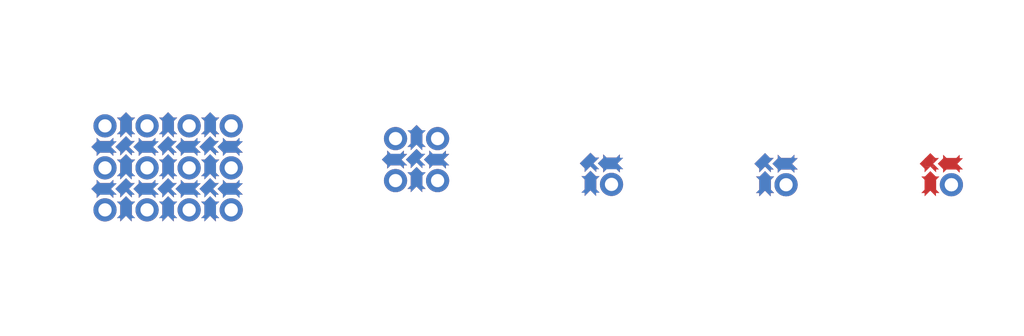
<source format=kicad_pcb>
(kicad_pcb (version 20241229) (generator "pcbnew") (generator_version "9.0")
  (title_block (title "protoboard base pattern") (comment 1 "CC-BY 4.0") (comment 2 "See http://git.io/vNUDX"))
  (layers (0 "F.Cu" signal) (2 "B.Cu" signal) (13 "F.Paste" user) (15 "B.Paste" user) (5 "F.SilkS" user "F.Silkscreen") (7 "B.SilkS" user "B.Silkscreen") (1 "F.Mask" user) (3 "B.Mask" user) (25 "Edge.Cuts" user))
  (net 0 "")
  (footprint "Proto-Matrix:center-pad-spikes" (layer "F.Cu") (at 136.46 101.27)
    (property "Reference" "REF**" (hide yes))
    (property "Value" "center-pad" (hide yes))
    (pad "1" smd custom (at -0.06 -0.085) (size 0.47 0.52) (layers "*.Cu" "*.Mask") (options (clearance outline) (anchor rect)) (primitives (gr_poly (pts (xy -0.585 0.085) (xy 0.06 -0.56) (xy 0.357 -0.263) (xy 0.583 -0.263) (xy 0.235 0.085) (xy 0.582 0.432) (xy 0.407 0.432) (xy 0.407 0.607) (xy 0.06 0.26) (xy -0.288 0.608) (xy -0.288 0.382)) (width 0.001) (fill yes))))
  )
  (footprint "Proto-Matrix:pad-between-spiked" (layer "F.Cu") (at 136.46 102.54)
    (property "Reference" "REF**" (hide yes))
    (property "Value" "pad-between" (hide yes))
    (pad "1" smd custom (at 0 -0.06) (size 0.7 0.85) (layers "*.Cu" "*.Mask") (options (clearance outline) (anchor rect)) (primitives (gr_poly (pts (xy -0.55 -0.44) (xy -0.325 -0.44) (xy 0 -0.765) (xy 0.325 -0.44) (xy 0.55 -0.44) (xy 0.35 -0.24) (xy 0.35 0.36) (xy 0.55 0.56) (xy 0.338 0.56) (xy 0.338 0.763) (xy 0 0.425) (xy -0.01 0.425) (xy -0.348 0.763) (xy -0.348 0.56) (xy -0.55 0.56) (xy -0.35 0.36) (xy -0.35 -0.24)) (width 0.001) (fill yes))))
  )
  (footprint "Proto-Matrix:pad-between-spiked" (layer "F.Cu") (at 136.46 100)
    (property "Reference" "REF**" (hide yes))
    (property "Value" "pad-between" (hide yes))
    (pad "1" smd custom (at 0 -0.06) (size 0.7 0.85) (layers "*.Cu" "*.Mask") (options (clearance outline) (anchor rect)) (primitives (gr_poly (pts (xy -0.55 -0.44) (xy -0.325 -0.44) (xy 0 -0.765) (xy 0.325 -0.44) (xy 0.55 -0.44) (xy 0.35 -0.24) (xy 0.35 0.36) (xy 0.55 0.56) (xy 0.338 0.56) (xy 0.338 0.763) (xy 0 0.425) (xy -0.01 0.425) (xy -0.348 0.763) (xy -0.348 0.56) (xy -0.55 0.56) (xy -0.35 0.36) (xy -0.35 -0.24)) (width 0.001) (fill yes))))
  )
  (footprint "Proto-Matrix:pad-between-spiked" (layer "F.Cu") (at 137.73 101.27 90)
    (property "Reference" "REF**" (hide yes))
    (property "Value" "pad-between" (hide yes))
    (pad "1" smd custom (at 0 -0.06 90) (size 0.7 0.85) (layers "*.Cu" "*.Mask") (options (clearance outline) (anchor rect)) (primitives (gr_poly (pts (xy -0.55 -0.44) (xy -0.325 -0.44) (xy 0 -0.765) (xy 0.325 -0.44) (xy 0.55 -0.44) (xy 0.35 -0.24) (xy 0.35 0.36) (xy 0.55 0.56) (xy 0.338 0.56) (xy 0.338 0.763) (xy 0 0.425) (xy -0.01 0.425) (xy -0.348 0.763) (xy -0.348 0.56) (xy -0.55 0.56) (xy -0.35 0.36) (xy -0.35 -0.24)) (width 0.001) (fill yes))))
  )
  (footprint "Proto-Matrix:pad-between-spiked" (layer "F.Cu") (at 135.19 101.27 90)
    (property "Reference" "REF**" (hide yes))
    (property "Value" "pad-between" (hide yes))
    (pad "1" smd custom (at 0 -0.06 90) (size 0.7 0.85) (layers "*.Cu" "*.Mask") (options (clearance outline) (anchor rect)) (primitives (gr_poly (pts (xy -0.55 -0.44) (xy -0.325 -0.44) (xy 0 -0.765) (xy 0.325 -0.44) (xy 0.55 -0.44) (xy 0.35 -0.24) (xy 0.35 0.36) (xy 0.55 0.56) (xy 0.338 0.56) (xy 0.338 0.763) (xy 0 0.425) (xy -0.01 0.425) (xy -0.348 0.763) (xy -0.348 0.56) (xy -0.55 0.56) (xy -0.35 0.36) (xy -0.35 -0.24)) (width 0.001) (fill yes))))
  )
  (footprint "Proto-Matrix:center-pad-spikes" (layer "F.Cu") (at 139 101.27)
    (property "Reference" "REF**" (hide yes))
    (property "Value" "center-pad" (hide yes))
    (pad "1" smd custom (at -0.06 -0.085) (size 0.47 0.52) (layers "*.Cu" "*.Mask") (options (clearance outline) (anchor rect)) (primitives (gr_poly (pts (xy -0.585 0.085) (xy 0.06 -0.56) (xy 0.357 -0.263) (xy 0.583 -0.263) (xy 0.235 0.085) (xy 0.582 0.432) (xy 0.407 0.432) (xy 0.407 0.607) (xy 0.06 0.26) (xy -0.288 0.608) (xy -0.288 0.382)) (width 0.001) (fill yes))))
  )
  (footprint "Proto-Matrix:pad-between-spiked" (layer "F.Cu") (at 139 102.54)
    (property "Reference" "REF**" (hide yes))
    (property "Value" "pad-between" (hide yes))
    (pad "1" smd custom (at 0 -0.06) (size 0.7 0.85) (layers "*.Cu" "*.Mask") (options (clearance outline) (anchor rect)) (primitives (gr_poly (pts (xy -0.55 -0.44) (xy -0.325 -0.44) (xy 0 -0.765) (xy 0.325 -0.44) (xy 0.55 -0.44) (xy 0.35 -0.24) (xy 0.35 0.36) (xy 0.55 0.56) (xy 0.338 0.56) (xy 0.338 0.763) (xy 0 0.425) (xy -0.01 0.425) (xy -0.348 0.763) (xy -0.348 0.56) (xy -0.55 0.56) (xy -0.35 0.36) (xy -0.35 -0.24)) (width 0.001) (fill yes))))
  )
  (footprint "Proto-Matrix:pad-between-spiked" (layer "F.Cu") (at 139 100)
    (property "Reference" "REF**" (hide yes))
    (property "Value" "pad-between" (hide yes))
    (pad "1" smd custom (at 0 -0.06) (size 0.7 0.85) (layers "*.Cu" "*.Mask") (options (clearance outline) (anchor rect)) (primitives (gr_poly (pts (xy -0.55 -0.44) (xy -0.325 -0.44) (xy 0 -0.765) (xy 0.325 -0.44) (xy 0.55 -0.44) (xy 0.35 -0.24) (xy 0.35 0.36) (xy 0.55 0.56) (xy 0.338 0.56) (xy 0.338 0.763) (xy 0 0.425) (xy -0.01 0.425) (xy -0.348 0.763) (xy -0.348 0.56) (xy -0.55 0.56) (xy -0.35 0.36) (xy -0.35 -0.24)) (width 0.001) (fill yes))))
  )
  (footprint "Proto-Matrix:pad-between-spiked" (layer "F.Cu") (at 140.27 101.27 90)
    (property "Reference" "REF**" (hide yes))
    (property "Value" "pad-between" (hide yes))
    (pad "1" smd custom (at 0 -0.06 90) (size 0.7 0.85) (layers "*.Cu" "*.Mask") (options (clearance outline) (anchor rect)) (primitives (gr_poly (pts (xy -0.55 -0.44) (xy -0.325 -0.44) (xy 0 -0.765) (xy 0.325 -0.44) (xy 0.55 -0.44) (xy 0.35 -0.24) (xy 0.35 0.36) (xy 0.55 0.56) (xy 0.338 0.56) (xy 0.338 0.763) (xy 0 0.425) (xy -0.01 0.425) (xy -0.348 0.763) (xy -0.348 0.56) (xy -0.55 0.56) (xy -0.35 0.36) (xy -0.35 -0.24)) (width 0.001) (fill yes))))
  )
  (footprint "Proto-Matrix:pad-between-spiked" (layer "F.Cu") (at 142.81 101.27 90)
    (property "Reference" "REF**" (hide yes))
    (property "Value" "pad-between" (hide yes))
    (pad "1" smd custom (at 0 -0.06 90) (size 0.7 0.85) (layers "*.Cu" "*.Mask") (options (clearance outline) (anchor rect)) (primitives (gr_poly (pts (xy -0.55 -0.44) (xy -0.325 -0.44) (xy 0 -0.765) (xy 0.325 -0.44) (xy 0.55 -0.44) (xy 0.35 -0.24) (xy 0.35 0.36) (xy 0.55 0.56) (xy 0.338 0.56) (xy 0.338 0.763) (xy 0 0.425) (xy -0.01 0.425) (xy -0.348 0.763) (xy -0.348 0.56) (xy -0.55 0.56) (xy -0.35 0.36) (xy -0.35 -0.24)) (width 0.001) (fill yes))))
  )
  (footprint "Proto-Matrix:pad-between-spiked" (layer "F.Cu") (at 141.54 100)
    (property "Reference" "REF**" (hide yes))
    (property "Value" "pad-between" (hide yes))
    (pad "1" smd custom (at 0 -0.06) (size 0.7 0.85) (layers "*.Cu" "*.Mask") (options (clearance outline) (anchor rect)) (primitives (gr_poly (pts (xy -0.55 -0.44) (xy -0.325 -0.44) (xy 0 -0.765) (xy 0.325 -0.44) (xy 0.55 -0.44) (xy 0.35 -0.24) (xy 0.35 0.36) (xy 0.55 0.56) (xy 0.338 0.56) (xy 0.338 0.763) (xy 0 0.425) (xy -0.01 0.425) (xy -0.348 0.763) (xy -0.348 0.56) (xy -0.55 0.56) (xy -0.35 0.36) (xy -0.35 -0.24)) (width 0.001) (fill yes))))
  )
  (footprint "Proto-Matrix:pad-between-spiked" (layer "F.Cu") (at 141.54 102.54)
    (property "Reference" "REF**" (hide yes))
    (property "Value" "pad-between" (hide yes))
    (pad "1" smd custom (at 0 -0.06) (size 0.7 0.85) (layers "*.Cu" "*.Mask") (options (clearance outline) (anchor rect)) (primitives (gr_poly (pts (xy -0.55 -0.44) (xy -0.325 -0.44) (xy 0 -0.765) (xy 0.325 -0.44) (xy 0.55 -0.44) (xy 0.35 -0.24) (xy 0.35 0.36) (xy 0.55 0.56) (xy 0.338 0.56) (xy 0.338 0.763) (xy 0 0.425) (xy -0.01 0.425) (xy -0.348 0.763) (xy -0.348 0.56) (xy -0.55 0.56) (xy -0.35 0.36) (xy -0.35 -0.24)) (width 0.001) (fill yes))))
  )
  (footprint "Proto-Matrix:center-pad-spikes" (layer "F.Cu") (at 141.54 101.27)
    (property "Reference" "REF**" (hide yes))
    (property "Value" "center-pad" (hide yes))
    (pad "1" smd custom (at -0.06 -0.085) (size 0.47 0.52) (layers "*.Cu" "*.Mask") (options (clearance outline) (anchor rect)) (primitives (gr_poly (pts (xy -0.585 0.085) (xy 0.06 -0.56) (xy 0.357 -0.263) (xy 0.583 -0.263) (xy 0.235 0.085) (xy 0.582 0.432) (xy 0.407 0.432) (xy 0.407 0.607) (xy 0.06 0.26) (xy -0.288 0.608) (xy -0.288 0.382)) (width 0.001) (fill yes))))
  )
  (footprint "Proto-Matrix:center-pad-spikes" (layer "F.Cu") (at 141.54 98.73)
    (property "Reference" "REF**" (hide yes))
    (property "Value" "center-pad" (hide yes))
    (pad "1" smd custom (at -0.06 -0.085) (size 0.47 0.52) (layers "*.Cu" "*.Mask") (options (clearance outline) (anchor rect)) (primitives (gr_poly (pts (xy -0.585 0.085) (xy 0.06 -0.56) (xy 0.357 -0.263) (xy 0.583 -0.263) (xy 0.235 0.085) (xy 0.582 0.432) (xy 0.407 0.432) (xy 0.407 0.607) (xy 0.06 0.26) (xy -0.288 0.608) (xy -0.288 0.382)) (width 0.001) (fill yes))))
  )
  (footprint "Proto-Matrix:pad-between-spiked" (layer "F.Cu") (at 141.54 97.46)
    (property "Reference" "REF**" (hide yes))
    (property "Value" "pad-between" (hide yes))
    (pad "1" smd custom (at 0 -0.06) (size 0.7 0.85) (layers "*.Cu" "*.Mask") (options (clearance outline) (anchor rect)) (primitives (gr_poly (pts (xy -0.55 -0.44) (xy -0.325 -0.44) (xy 0 -0.765) (xy 0.325 -0.44) (xy 0.55 -0.44) (xy 0.35 -0.24) (xy 0.35 0.36) (xy 0.55 0.56) (xy 0.338 0.56) (xy 0.338 0.763) (xy 0 0.425) (xy -0.01 0.425) (xy -0.348 0.763) (xy -0.348 0.56) (xy -0.55 0.56) (xy -0.35 0.36) (xy -0.35 -0.24)) (width 0.001) (fill yes))))
  )
  (footprint "Proto-Matrix:pad-between-spiked" (layer "F.Cu") (at 142.81 98.73 90)
    (property "Reference" "REF**" (hide yes))
    (property "Value" "pad-between" (hide yes))
    (pad "1" smd custom (at 0 -0.06 90) (size 0.7 0.85) (layers "*.Cu" "*.Mask") (options (clearance outline) (anchor rect)) (primitives (gr_poly (pts (xy -0.55 -0.44) (xy -0.325 -0.44) (xy 0 -0.765) (xy 0.325 -0.44) (xy 0.55 -0.44) (xy 0.35 -0.24) (xy 0.35 0.36) (xy 0.55 0.56) (xy 0.338 0.56) (xy 0.338 0.763) (xy 0 0.425) (xy -0.01 0.425) (xy -0.348 0.763) (xy -0.348 0.56) (xy -0.55 0.56) (xy -0.35 0.36) (xy -0.35 -0.24)) (width 0.001) (fill yes))))
  )
  (footprint "Proto-Matrix:pad-between-spiked" (layer "F.Cu") (at 140.27 98.73 90)
    (property "Reference" "REF**" (hide yes))
    (property "Value" "pad-between" (hide yes))
    (pad "1" smd custom (at 0 -0.06 90) (size 0.7 0.85) (layers "*.Cu" "*.Mask") (options (clearance outline) (anchor rect)) (primitives (gr_poly (pts (xy -0.55 -0.44) (xy -0.325 -0.44) (xy 0 -0.765) (xy 0.325 -0.44) (xy 0.55 -0.44) (xy 0.35 -0.24) (xy 0.35 0.36) (xy 0.55 0.56) (xy 0.338 0.56) (xy 0.338 0.763) (xy 0 0.425) (xy -0.01 0.425) (xy -0.348 0.763) (xy -0.348 0.56) (xy -0.55 0.56) (xy -0.35 0.36) (xy -0.35 -0.24)) (width 0.001) (fill yes))))
  )
  (footprint "Proto-Matrix:pad-between-spiked" (layer "F.Cu") (at 139 97.46)
    (property "Reference" "REF**" (hide yes))
    (property "Value" "pad-between" (hide yes))
    (pad "1" smd custom (at 0 -0.06) (size 0.7 0.85) (layers "*.Cu" "*.Mask") (options (clearance outline) (anchor rect)) (primitives (gr_poly (pts (xy -0.55 -0.44) (xy -0.325 -0.44) (xy 0 -0.765) (xy 0.325 -0.44) (xy 0.55 -0.44) (xy 0.35 -0.24) (xy 0.35 0.36) (xy 0.55 0.56) (xy 0.338 0.56) (xy 0.338 0.763) (xy 0 0.425) (xy -0.01 0.425) (xy -0.348 0.763) (xy -0.348 0.56) (xy -0.55 0.56) (xy -0.35 0.36) (xy -0.35 -0.24)) (width 0.001) (fill yes))))
  )
  (footprint "Proto-Matrix:center-pad-spikes" (layer "F.Cu") (at 139 98.73)
    (property "Reference" "REF**" (hide yes))
    (property "Value" "center-pad" (hide yes))
    (pad "1" smd custom (at -0.06 -0.085) (size 0.47 0.52) (layers "*.Cu" "*.Mask") (options (clearance outline) (anchor rect)) (primitives (gr_poly (pts (xy -0.585 0.085) (xy 0.06 -0.56) (xy 0.357 -0.263) (xy 0.583 -0.263) (xy 0.235 0.085) (xy 0.582 0.432) (xy 0.407 0.432) (xy 0.407 0.607) (xy 0.06 0.26) (xy -0.288 0.608) (xy -0.288 0.382)) (width 0.001) (fill yes))))
  )
  (footprint "Proto-Matrix:center-pad-spikes" (layer "F.Cu") (at 136.46 98.73)
    (property "Reference" "REF**" (hide yes))
    (property "Value" "center-pad" (hide yes))
    (pad "1" smd custom (at -0.06 -0.085) (size 0.47 0.52) (layers "*.Cu" "*.Mask") (options (clearance outline) (anchor rect)) (primitives (gr_poly (pts (xy -0.585 0.085) (xy 0.06 -0.56) (xy 0.357 -0.263) (xy 0.583 -0.263) (xy 0.235 0.085) (xy 0.582 0.432) (xy 0.407 0.432) (xy 0.407 0.607) (xy 0.06 0.26) (xy -0.288 0.608) (xy -0.288 0.382)) (width 0.001) (fill yes))))
  )
  (footprint "Proto-Matrix:pad-between-spiked" (layer "F.Cu") (at 136.46 97.46)
    (property "Reference" "REF**" (hide yes))
    (property "Value" "pad-between" (hide yes))
    (pad "1" smd custom (at 0 -0.06) (size 0.7 0.85) (layers "*.Cu" "*.Mask") (options (clearance outline) (anchor rect)) (primitives (gr_poly (pts (xy -0.55 -0.44) (xy -0.325 -0.44) (xy 0 -0.765) (xy 0.325 -0.44) (xy 0.55 -0.44) (xy 0.35 -0.24) (xy 0.35 0.36) (xy 0.55 0.56) (xy 0.338 0.56) (xy 0.338 0.763) (xy 0 0.425) (xy -0.01 0.425) (xy -0.348 0.763) (xy -0.348 0.56) (xy -0.55 0.56) (xy -0.35 0.36) (xy -0.35 -0.24)) (width 0.001) (fill yes))))
  )
  (footprint "Proto-Matrix:pad-between-spiked" (layer "F.Cu") (at 137.73 98.73 90)
    (property "Reference" "REF**" (hide yes))
    (property "Value" "pad-between" (hide yes))
    (pad "1" smd custom (at 0 -0.06 90) (size 0.7 0.85) (layers "*.Cu" "*.Mask") (options (clearance outline) (anchor rect)) (primitives (gr_poly (pts (xy -0.55 -0.44) (xy -0.325 -0.44) (xy 0 -0.765) (xy 0.325 -0.44) (xy 0.55 -0.44) (xy 0.35 -0.24) (xy 0.35 0.36) (xy 0.55 0.56) (xy 0.338 0.56) (xy 0.338 0.763) (xy 0 0.425) (xy -0.01 0.425) (xy -0.348 0.763) (xy -0.348 0.56) (xy -0.55 0.56) (xy -0.35 0.36) (xy -0.35 -0.24)) (width 0.001) (fill yes))))
  )
  (footprint "Proto-Matrix:pad-between-spiked" (layer "F.Cu") (at 135.19 98.73 90)
    (property "Reference" "REF**" (hide yes))
    (property "Value" "pad-between" (hide yes))
    (pad "1" smd custom (at 0 -0.06 90) (size 0.7 0.85) (layers "*.Cu" "*.Mask") (options (clearance outline) (anchor rect)) (primitives (gr_poly (pts (xy -0.55 -0.44) (xy -0.325 -0.44) (xy 0 -0.765) (xy 0.325 -0.44) (xy 0.55 -0.44) (xy 0.35 -0.24) (xy 0.35 0.36) (xy 0.55 0.56) (xy 0.338 0.56) (xy 0.338 0.763) (xy 0 0.425) (xy -0.01 0.425) (xy -0.348 0.763) (xy -0.348 0.56) (xy -0.55 0.56) (xy -0.35 0.36) (xy -0.35 -0.24)) (width 0.001) (fill yes))))
  )
  (footprint "Proto-Matrix:tht-0.8" (layer "F.Cu") (at 135.19 97.46)
    (property "Reference" "REF**" (hide yes))
    (property "Value" "tht-0.8" (hide yes))
    (pad "1" thru_hole circle (at 0 0) (size 1.4 1.4) (drill 0.8) (layers "*.Cu" "*.Mask"))
  )
  (footprint "Proto-Matrix:tht-0.8" (layer "F.Cu") (at 137.73 97.46)
    (property "Reference" "REF**" (hide yes))
    (property "Value" "tht-0.8" (hide yes))
    (pad "1" thru_hole circle (at 0 0) (size 1.4 1.4) (drill 0.8) (layers "*.Cu" "*.Mask"))
  )
  (footprint "Proto-Matrix:tht-0.8" (layer "F.Cu") (at 140.27 97.46)
    (property "Reference" "REF**" (hide yes))
    (property "Value" "tht-0.8" (hide yes))
    (pad "1" thru_hole circle (at 0 0) (size 1.4 1.4) (drill 0.8) (layers "*.Cu" "*.Mask"))
  )
  (footprint "Proto-Matrix:tht-0.8" (layer "F.Cu") (at 142.81 97.46)
    (property "Reference" "REF**" (hide yes))
    (property "Value" "tht-0.8" (hide yes))
    (pad "1" thru_hole circle (at 0 0) (size 1.4 1.4) (drill 0.8) (layers "*.Cu" "*.Mask"))
  )
  (footprint "Proto-Matrix:tht-0.8" (layer "F.Cu") (at 142.81 100)
    (property "Reference" "REF**" (hide yes))
    (property "Value" "tht-0.8" (hide yes))
    (pad "1" thru_hole circle (at 0 0) (size 1.4 1.4) (drill 0.8) (layers "*.Cu" "*.Mask"))
  )
  (footprint "Proto-Matrix:tht-0.8" (layer "F.Cu") (at 140.27 100)
    (property "Reference" "REF**" (hide yes))
    (property "Value" "tht-0.8" (hide yes))
    (pad "1" thru_hole circle (at 0 0) (size 1.4 1.4) (drill 0.8) (layers "*.Cu" "*.Mask"))
  )
  (footprint "Proto-Matrix:tht-0.8" (layer "F.Cu") (at 137.73 100)
    (property "Reference" "REF**" (hide yes))
    (property "Value" "tht-0.8" (hide yes))
    (pad "1" thru_hole circle (at 0 0) (size 1.4 1.4) (drill 0.8) (layers "*.Cu" "*.Mask"))
  )
  (footprint "Proto-Matrix:tht-0.8" (layer "F.Cu") (at 135.19 100)
    (property "Reference" "REF**" (hide yes))
    (property "Value" "tht-0.8" (hide yes))
    (pad "1" thru_hole circle (at 0 0) (size 1.4 1.4) (drill 0.8) (layers "*.Cu" "*.Mask"))
  )
  (footprint "Proto-Matrix:tht-0.8" (layer "F.Cu") (at 135.19 102.54)
    (property "Reference" "REF**" (hide yes))
    (property "Value" "tht-0.8" (hide yes))
    (pad "1" thru_hole circle (at 0 0) (size 1.4 1.4) (drill 0.8) (layers "*.Cu" "*.Mask"))
  )
  (footprint "Proto-Matrix:tht-0.8" (layer "F.Cu") (at 137.73 102.54)
    (property "Reference" "REF**" (hide yes))
    (property "Value" "tht-0.8" (hide yes))
    (pad "1" thru_hole circle (at 0 0) (size 1.4 1.4) (drill 0.8) (layers "*.Cu" "*.Mask"))
  )
  (footprint "Proto-Matrix:tht-0.8" (layer "F.Cu") (at 140.27 102.54)
    (property "Reference" "REF**" (hide yes))
    (property "Value" "tht-0.8" (hide yes))
    (pad "1" thru_hole circle (at 0 0) (size 1.4 1.4) (drill 0.8) (layers "*.Cu" "*.Mask"))
  )
  (footprint "Proto-Matrix:tht-0.8" (layer "F.Cu") (at 142.81 102.54)
    (property "Reference" "REF**" (hide yes))
    (property "Value" "tht-0.8" (hide yes))
    (pad "1" thru_hole circle (at 0 0) (size 1.4 1.4) (drill 0.8) (layers "*.Cu" "*.Mask"))
  )
  (footprint "Proto-Matrix:tht-0.8" (layer "F.Cu") (at 152.73 98.23)
    (property "Reference" "REF**" (hide yes))
    (property "Value" "tht-0.8" (hide yes))
    (pad "1" thru_hole circle (at 0 0) (size 1.4 1.4) (drill 0.8) (layers "*.Cu" "*.Mask"))
  )
  (footprint "Proto-Matrix:pad-between-spiked-oneside" (layer "F.Cu") (at 185.02 101.02)
    (property "Reference" "REF**" (hide yes))
    (property "Value" "pad-between" (hide yes))
    (pad "1" smd trapezoid (at -0.26 0.44 45) (size 0.2475 0.2475) (rect_delta 0 0.2474) (layers "F.Cu" "F.Mask"))
    (pad "1" smd trapezoid (at -0.25 -0.4 315) (size 0.2828 0.2828) (rect_delta 0 0.2827) (layers "F.Cu" "F.Mask"))
    (pad "1" smd trapezoid (at -0.25 0.4 225) (size 0.2828 0.2828) (rect_delta 0 0.2827) (layers "F.Cu" "F.Mask"))
    (pad "1" smd trapezoid (at 0 -0.65) (size 0.35 0.35) (rect_delta 0 0.3499) (layers "F.Cu" "F.Mask"))
    (pad "1" smd rect (at 0 -0.06) (size 0.7 0.85) (layers "F.Cu" "F.Mask"))
    (pad "1" smd trapezoid (at 0.25 -0.4 45) (size 0.2828 0.2828) (rect_delta 0 0.2827) (layers "F.Cu" "F.Mask"))
    (pad "1" smd trapezoid (at 0.25 0.4 135) (size 0.2828 0.2828) (rect_delta 0 0.2827) (layers "F.Cu" "F.Mask"))
    (pad "1" smd trapezoid (at 0.25 0.44 315) (size 0.2475 0.2475) (rect_delta 0 0.2474) (layers "F.Cu" "F.Mask"))
  )
  (footprint "Proto-Matrix:tht-0.8-thin-bottom" (layer "F.Cu") (at 186.29 101.02)
    (property "Reference" "REF**" (hide yes))
    (property "Value" "tht-0.8" (hide yes))
    (pad "1" thru_hole circle (at 0 0) (size 1.1 1.1) (drill 0.8) (layers "*.Mask" "B.Cu"))
    (pad "1" thru_hole circle (at 0 0) (size 1.4 1.4) (drill 0.8) (layers "F.Cu" "F.Mask"))
  )
  (footprint "Proto-Matrix:pad-between-spiked-oneside" (layer "F.Cu") (at 186.29 99.75 90)
    (property "Reference" "REF**" (hide yes))
    (property "Value" "pad-between" (hide yes))
    (pad "1" smd trapezoid (at -0.26 0.44 135) (size 0.2475 0.2475) (rect_delta 0 0.2474) (layers "F.Cu" "F.Mask"))
    (pad "1" smd trapezoid (at -0.25 -0.4 45) (size 0.2828 0.2828) (rect_delta 0 0.2827) (layers "F.Cu" "F.Mask"))
    (pad "1" smd trapezoid (at -0.25 0.4 315) (size 0.2828 0.2828) (rect_delta 0 0.2827) (layers "F.Cu" "F.Mask"))
    (pad "1" smd trapezoid (at 0 -0.65 90) (size 0.35 0.35) (rect_delta 0 0.3499) (layers "F.Cu" "F.Mask"))
    (pad "1" smd rect (at 0 -0.06 90) (size 0.7 0.85) (layers "F.Cu" "F.Mask"))
    (pad "1" smd trapezoid (at 0.25 -0.4 135) (size 0.2828 0.2828) (rect_delta 0 0.2827) (layers "F.Cu" "F.Mask"))
    (pad "1" smd trapezoid (at 0.25 0.4 225) (size 0.2828 0.2828) (rect_delta 0 0.2827) (layers "F.Cu" "F.Mask"))
    (pad "1" smd trapezoid (at 0.25 0.44 45) (size 0.2475 0.2475) (rect_delta 0 0.2474) (layers "F.Cu" "F.Mask"))
  )
  (footprint "Proto-Matrix:tht-0.8" (layer "F.Cu") (at 155.27 98.23)
    (property "Reference" "REF**" (hide yes))
    (property "Value" "tht-0.8" (hide yes))
    (pad "1" thru_hole circle (at 0 0) (size 1.4 1.4) (drill 0.8) (layers "*.Cu" "*.Mask"))
  )
  (footprint "Proto-Matrix:center-pad-spikes" (layer "F.Cu") (at 154 99.5)
    (property "Reference" "REF**" (hide yes))
    (property "Value" "center-pad" (hide yes))
    (pad "1" smd custom (at -0.06 -0.085) (size 0.47 0.52) (layers "*.Cu" "*.Mask") (options (clearance outline) (anchor rect)) (primitives (gr_poly (pts (xy -0.585 0.085) (xy 0.06 -0.56) (xy 0.357 -0.263) (xy 0.583 -0.263) (xy 0.235 0.085) (xy 0.582 0.432) (xy 0.407 0.432) (xy 0.407 0.607) (xy 0.06 0.26) (xy -0.288 0.608) (xy -0.288 0.382)) (width 0.001) (fill yes))))
  )
  (footprint "Proto-Matrix:pad-between-spiked" (layer "F.Cu") (at 154 98.23)
    (property "Reference" "REF**" (hide yes))
    (property "Value" "pad-between" (hide yes))
    (pad "1" smd custom (at 0 -0.06) (size 0.7 0.85) (layers "*.Cu" "*.Mask") (options (clearance outline) (anchor rect)) (primitives (gr_poly (pts (xy -0.55 -0.44) (xy -0.325 -0.44) (xy 0 -0.765) (xy 0.325 -0.44) (xy 0.55 -0.44) (xy 0.35 -0.24) (xy 0.35 0.36) (xy 0.55 0.56) (xy 0.338 0.56) (xy 0.338 0.763) (xy 0 0.425) (xy -0.01 0.425) (xy -0.348 0.763) (xy -0.348 0.56) (xy -0.55 0.56) (xy -0.35 0.36) (xy -0.35 -0.24)) (width 0.001) (fill yes))))
  )
  (footprint "Proto-Matrix:pad-between-spiked" (layer "F.Cu") (at 165.77 99.73 90)
    (property "Reference" "REF**" (hide yes))
    (property "Value" "pad-between" (hide yes))
    (pad "1" smd custom (at 0 -0.06 90) (size 0.7 0.85) (layers "*.Cu" "*.Mask") (options (clearance outline) (anchor rect)) (primitives (gr_poly (pts (xy -0.55 -0.44) (xy -0.325 -0.44) (xy 0 -0.765) (xy 0.325 -0.44) (xy 0.55 -0.44) (xy 0.35 -0.24) (xy 0.35 0.36) (xy 0.55 0.56) (xy 0.338 0.56) (xy 0.338 0.763) (xy 0 0.425) (xy -0.01 0.425) (xy -0.348 0.763) (xy -0.348 0.56) (xy -0.55 0.56) (xy -0.35 0.36) (xy -0.35 -0.24)) (width 0.001) (fill yes))))
  )
  (footprint "Proto-Matrix:pad-between-spiked" (layer "F.Cu") (at 152.73 99.5 90)
    (property "Reference" "REF**" (hide yes))
    (property "Value" "pad-between" (hide yes))
    (pad "1" smd custom (at 0 -0.06 90) (size 0.7 0.85) (layers "*.Cu" "*.Mask") (options (clearance outline) (anchor rect)) (primitives (gr_poly (pts (xy -0.55 -0.44) (xy -0.325 -0.44) (xy 0 -0.765) (xy 0.325 -0.44) (xy 0.55 -0.44) (xy 0.35 -0.24) (xy 0.35 0.36) (xy 0.55 0.56) (xy 0.338 0.56) (xy 0.338 0.763) (xy 0 0.425) (xy -0.01 0.425) (xy -0.348 0.763) (xy -0.348 0.56) (xy -0.55 0.56) (xy -0.35 0.36) (xy -0.35 -0.24)) (width 0.001) (fill yes))))
  )
  (footprint "Proto-Matrix:center-pad-spikes" (layer "F.Cu") (at 164.5 99.73)
    (property "Reference" "REF**" (hide yes))
    (property "Value" "center-pad" (hide yes))
    (pad "1" smd custom (at -0.06 -0.085) (size 0.47 0.52) (layers "*.Cu" "*.Mask") (options (clearance outline) (anchor rect)) (primitives (gr_poly (pts (xy -0.585 0.085) (xy 0.06 -0.56) (xy 0.357 -0.263) (xy 0.583 -0.263) (xy 0.235 0.085) (xy 0.582 0.432) (xy 0.407 0.432) (xy 0.407 0.607) (xy 0.06 0.26) (xy -0.288 0.608) (xy -0.288 0.382)) (width 0.001) (fill yes))))
  )
  (footprint "Proto-Matrix:pad-between-spiked" (layer "F.Cu") (at 164.5 101)
    (property "Reference" "REF**" (hide yes))
    (property "Value" "pad-between" (hide yes))
    (pad "1" smd custom (at 0 -0.06) (size 0.7 0.85) (layers "*.Cu" "*.Mask") (options (clearance outline) (anchor rect)) (primitives (gr_poly (pts (xy -0.55 -0.44) (xy -0.325 -0.44) (xy 0 -0.765) (xy 0.325 -0.44) (xy 0.55 -0.44) (xy 0.35 -0.24) (xy 0.35 0.36) (xy 0.55 0.56) (xy 0.338 0.56) (xy 0.338 0.763) (xy 0 0.425) (xy -0.01 0.425) (xy -0.348 0.763) (xy -0.348 0.56) (xy -0.55 0.56) (xy -0.35 0.36) (xy -0.35 -0.24)) (width 0.001) (fill yes))))
  )
  (footprint "Proto-Matrix:center-pad-spikes-oneside" (layer "F.Cu") (at 185.02 99.75)
    (property "Reference" "REF**" (hide yes))
    (property "Value" "center-pad" (hide yes))
    (pad "1" smd trapezoid (at -0.47 0 90) (size 0.35 0.35) (rect_delta 0 0.3499) (layers "F.Cu" "F.Mask"))
    (pad "1" smd trapezoid (at -0.26 0.26 45) (size 0.2475 0.2475) (rect_delta 0 0.2474) (layers "F.Cu" "F.Mask"))
    (pad "1" smd rect (at -0.06 -0.085) (size 0.47 0.52) (layers "F.Cu" "F.Mask"))
    (pad "1" smd trapezoid (at 0 -0.47) (size 0.35 0.35) (rect_delta 0 0.3499) (layers "F.Cu" "F.Mask"))
    (pad "1" smd trapezoid (at 0.26 -0.26 45) (size 0.2475 0.2475) (rect_delta 0 0.2474) (layers "F.Cu" "F.Mask"))
    (pad "1" smd trapezoid (at 0.26 0.26 315) (size 0.2475 0.2475) (rect_delta 0 0.2474) (layers "F.Cu" "F.Mask"))
    (pad "1" smd trapezoid (at 0.26 0.26 135) (size 0.2475 0.2475) (rect_delta 0 0.2474) (layers "F.Cu" "F.Mask"))
  )
  (footprint "Proto-Matrix:tht-0.8" (layer "F.Cu") (at 152.73 100.77)
    (property "Reference" "REF**" (hide yes))
    (property "Value" "tht-0.8" (hide yes))
    (pad "1" thru_hole circle (at 0 0) (size 1.4 1.4) (drill 0.8) (layers "*.Cu" "*.Mask"))
  )
  (footprint "Proto-Matrix:tht-0.8" (layer "F.Cu") (at 176.31 101.02)
    (property "Reference" "REF**" (hide yes))
    (property "Value" "tht-0.8" (hide yes))
    (pad "1" thru_hole circle (at 0 0) (size 1.4 1.4) (drill 0.8) (layers "*.Cu" "*.Mask"))
  )
  (footprint "Proto-Matrix:pad-between-spiked" (layer "F.Cu") (at 155.27 99.5 90)
    (property "Reference" "REF**" (hide yes))
    (property "Value" "pad-between" (hide yes))
    (pad "1" smd custom (at 0 -0.06 90) (size 0.7 0.85) (layers "*.Cu" "*.Mask") (options (clearance outline) (anchor rect)) (primitives (gr_poly (pts (xy -0.55 -0.44) (xy -0.325 -0.44) (xy 0 -0.765) (xy 0.325 -0.44) (xy 0.55 -0.44) (xy 0.35 -0.24) (xy 0.35 0.36) (xy 0.55 0.56) (xy 0.338 0.56) (xy 0.338 0.763) (xy 0 0.425) (xy -0.01 0.425) (xy -0.348 0.763) (xy -0.348 0.56) (xy -0.55 0.56) (xy -0.35 0.36) (xy -0.35 -0.24)) (width 0.001) (fill yes))))
  )
  (footprint "Proto-Matrix:tht-0.8" (layer "F.Cu") (at 165.77 101)
    (property "Reference" "REF**" (hide yes))
    (property "Value" "tht-0.8" (hide yes))
    (pad "1" thru_hole circle (at 0 0) (size 1.4 1.4) (drill 0.8) (layers "*.Cu" "*.Mask"))
  )
  (footprint "Proto-Matrix:pad-between-spiked" (layer "F.Cu") (at 154 100.77)
    (property "Reference" "REF**" (hide yes))
    (property "Value" "pad-between" (hide yes))
    (pad "1" smd custom (at 0 -0.06) (size 0.7 0.85) (layers "*.Cu" "*.Mask") (options (clearance outline) (anchor rect)) (primitives (gr_poly (pts (xy -0.55 -0.44) (xy -0.325 -0.44) (xy 0 -0.765) (xy 0.325 -0.44) (xy 0.55 -0.44) (xy 0.35 -0.24) (xy 0.35 0.36) (xy 0.55 0.56) (xy 0.338 0.56) (xy 0.338 0.763) (xy 0 0.425) (xy -0.01 0.425) (xy -0.348 0.763) (xy -0.348 0.56) (xy -0.55 0.56) (xy -0.35 0.36) (xy -0.35 -0.24)) (width 0.001) (fill yes))))
  )
  (footprint "Proto-Matrix:tht-0.8" (layer "F.Cu") (at 155.27 100.77)
    (property "Reference" "REF**" (hide yes))
    (property "Value" "tht-0.8" (hide yes))
    (pad "1" thru_hole circle (at 0 0) (size 1.4 1.4) (drill 0.8) (layers "*.Cu" "*.Mask"))
  )
  (footprint "Proto-Matrix:pad-between-spiked" (layer "F.Cu") (at 175.04 101.02)
    (property "Reference" "REF**" (hide yes))
    (property "Value" "pad-between" (hide yes))
    (pad "1" smd custom (at 0 -0.06) (size 0.7 0.85) (layers "*.Cu" "*.Mask") (options (clearance outline) (anchor rect)) (primitives (gr_poly (pts (xy -0.55 -0.44) (xy -0.325 -0.44) (xy 0 -0.765) (xy 0.325 -0.44) (xy 0.55 -0.44) (xy 0.35 -0.24) (xy 0.35 0.36) (xy 0.55 0.56) (xy 0.338 0.56) (xy 0.338 0.763) (xy 0 0.425) (xy -0.01 0.425) (xy -0.348 0.763) (xy -0.348 0.56) (xy -0.55 0.56) (xy -0.35 0.36) (xy -0.35 -0.24)) (width 0.001) (fill yes))))
  )
  (footprint "Proto-Matrix:pad-between-spiked" (layer "F.Cu") (at 176.31 99.75 90)
    (property "Reference" "REF**" (hide yes))
    (property "Value" "pad-between" (hide yes))
    (pad "1" smd custom (at 0 -0.06 90) (size 0.7 0.85) (layers "*.Cu" "*.Mask") (options (clearance outline) (anchor rect)) (primitives (gr_poly (pts (xy -0.55 -0.44) (xy -0.325 -0.44) (xy 0 -0.765) (xy 0.325 -0.44) (xy 0.55 -0.44) (xy 0.35 -0.24) (xy 0.35 0.36) (xy 0.55 0.56) (xy 0.338 0.56) (xy 0.338 0.763) (xy 0 0.425) (xy -0.01 0.425) (xy -0.348 0.763) (xy -0.348 0.56) (xy -0.55 0.56) (xy -0.35 0.36) (xy -0.35 -0.24)) (width 0.001) (fill yes))))
  )
  (footprint "Proto-Matrix:center-pad-spikes" (layer "F.Cu") (at 175.04 99.75)
    (property "Reference" "REF**" (hide yes))
    (property "Value" "center-pad" (hide yes))
    (pad "1" smd custom (at -0.06 -0.085) (size 0.47 0.52) (layers "*.Cu" "*.Mask") (options (clearance outline) (anchor rect)) (primitives (gr_poly (pts (xy -0.585 0.085) (xy 0.06 -0.56) (xy 0.357 -0.263) (xy 0.583 -0.263) (xy 0.235 0.085) (xy 0.582 0.432) (xy 0.407 0.432) (xy 0.407 0.607) (xy 0.06 0.26) (xy -0.288 0.608) (xy -0.288 0.382)) (width 0.001) (fill yes))))
  )
)
</source>
